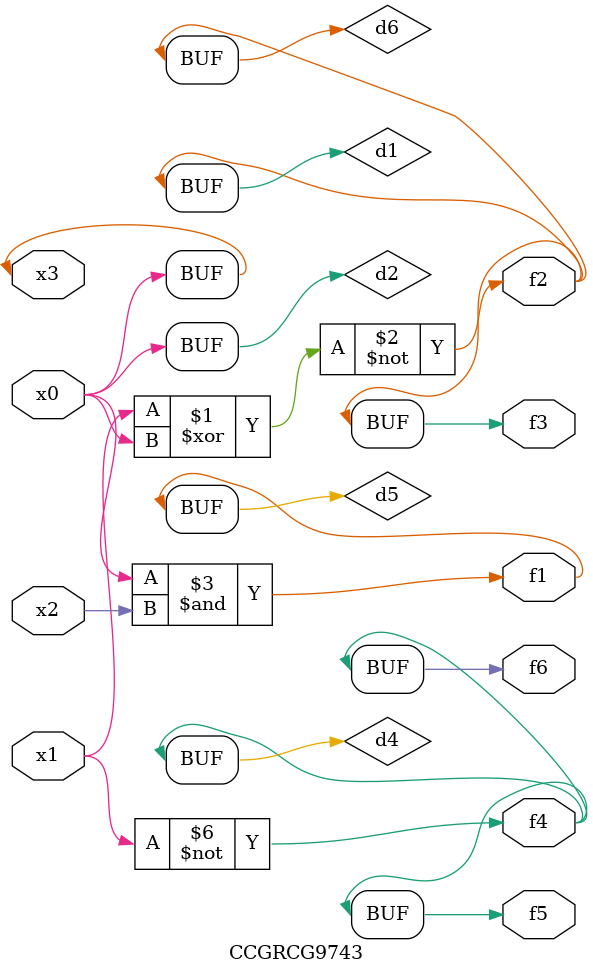
<source format=v>
module CCGRCG9743(
	input x0, x1, x2, x3,
	output f1, f2, f3, f4, f5, f6
);

	wire d1, d2, d3, d4, d5, d6;

	xnor (d1, x1, x3);
	buf (d2, x0, x3);
	nand (d3, x0, x2);
	not (d4, x1);
	nand (d5, d3);
	or (d6, d1);
	assign f1 = d5;
	assign f2 = d6;
	assign f3 = d6;
	assign f4 = d4;
	assign f5 = d4;
	assign f6 = d4;
endmodule

</source>
